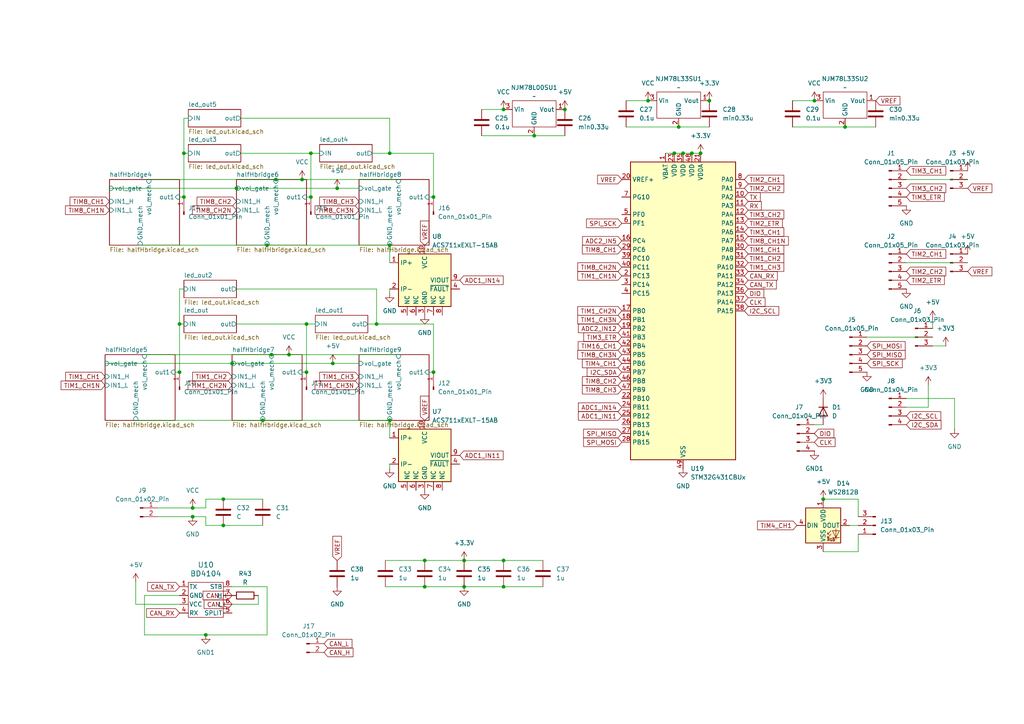
<source format=kicad_sch>
(kicad_sch (version 20250114) (generator "eeschema") (generator_version "9.0")
  (paper "A4")
  (junction (at 113.03 71.12))
  (junction (at 146.05 162.56))
  (junction (at 125.73 107.95))
  (junction (at 88.9 93.98))
  (junction (at 76.2 121.92))
  (junction (at 68.58 54.61))
  (junction (at 97.79 54.61))
  (junction (at 90.17 57.15))
  (junction (at 195.58 44.45))
  (junction (at 198.12 44.45))
  (junction (at 64.77 152.4))
  (junction (at 83.82 102.87))
  (junction (at 67.31 105.41))
  (junction (at 113.03 121.92))
  (junction (at 109.22 93.98))
  (junction (at 77.47 71.12))
  (junction (at 200.66 44.45))
  (junction (at 154.94 39.37))
  (junction (at 55.88 149.86))
  (junction (at 52.07 93.98))
  (junction (at 53.34 57.15))
  (junction (at 55.88 147.32))
  (junction (at 123.19 162.56))
  (junction (at 59.69 184.15))
  (junction (at 134.62 170.18))
  (junction (at 78.74 102.87))
  (junction (at 88.9 107.95))
  (junction (at 245.11 36.83))
  (junction (at 80.01 52.07))
  (junction (at 113.03 44.45))
  (junction (at 203.2 44.45))
  (junction (at 236.22 29.21))
  (junction (at 146.05 31.75))
  (junction (at 87.63 52.07))
  (junction (at 134.62 162.56))
  (junction (at 205.74 29.21))
  (junction (at 238.76 144.78))
  (junction (at 53.34 44.45))
  (junction (at 123.19 170.18))
  (junction (at 125.73 57.15))
  (junction (at 196.85 36.83))
  (junction (at 64.77 144.78))
  (junction (at 187.96 29.21))
  (junction (at 163.83 31.75))
  (junction (at 52.07 107.95))
  (junction (at 146.05 170.18))
  (junction (at 90.17 44.45))
  (junction (at 96.52 105.41))
  (wire (pts (xy 246.38 152.4) (xy 248.92 152.4)))
  (wire (pts (xy 52.07 93.98) (xy 53.34 93.98)))
  (wire (pts (xy 54.61 34.29) (xy 53.34 34.29)))
  (wire (pts (xy 59.69 152.4) (xy 64.77 152.4)))
  (wire (pts (xy 41.91 184.15) (xy 59.69 184.15)))
  (wire (pts (xy 139.7 31.75) (xy 146.05 31.75)))
  (wire (pts (xy 53.34 83.82) (xy 52.07 83.82)))
  (wire (pts (xy 113.03 71.12) (xy 113.03 76.2)))
  (wire (pts (xy 113.03 44.45) (xy 125.73 44.45)))
  (wire (pts (xy 248.92 160.02) (xy 248.92 154.94)))
  (wire (pts (xy 229.87 29.21) (xy 236.22 29.21)))
  (wire (pts (xy 134.62 162.56) (xy 146.05 162.56)))
  (wire (pts (xy 245.11 36.83) (xy 254 36.83)))
  (wire (pts (xy 276.86 115.57) (xy 262.89 115.57)))
  (wire (pts (xy 59.69 144.78) (xy 64.77 144.78)))
  (wire (pts (xy 146.05 162.56) (xy 157.48 162.56)))
  (wire (pts (xy 248.92 144.78) (xy 238.76 144.78)))
  (wire (pts (xy 39.37 175.26) (xy 52.07 175.26)))
  (wire (pts (xy 68.58 83.82) (xy 109.22 83.82)))
  (wire (pts (xy 270.51 100.33) (xy 274.32 100.33)))
  (wire (pts (xy 67.31 170.18) (xy 77.47 170.18)))
  (wire (pts (xy 31.75 54.61) (xy 68.58 54.61)))
  (wire (pts (xy 125.73 44.45) (xy 125.73 57.15)))
  (wire (pts (xy 77.47 71.12) (xy 113.03 71.12)))
  (wire (pts (xy 53.34 34.29) (xy 53.34 44.45)))
  (wire (pts (xy 67.31 175.26) (xy 74.93 175.26)))
  (wire (pts (xy 123.19 162.56) (xy 134.62 162.56)))
  (wire (pts (xy 55.88 149.86) (xy 59.69 149.86)))
  (wire (pts (xy 125.73 57.15) (xy 124.46 57.15)))
  (wire (pts (xy 123.19 170.18) (xy 134.62 170.18)))
  (wire (pts (xy 69.85 34.29) (xy 113.03 34.29)))
  (wire (pts (xy 40.64 71.12) (xy 77.47 71.12)))
  (wire (pts (xy 251.46 97.79) (xy 270.51 97.79)))
  (wire (pts (xy 195.58 44.45) (xy 198.12 44.45)))
  (wire (pts (xy 41.91 102.87) (xy 78.74 102.87)))
  (wire (pts (xy 196.85 36.83) (xy 205.74 36.83)))
  (wire (pts (xy 74.93 175.26) (xy 74.93 172.72)))
  (wire (pts (xy 146.05 170.18) (xy 157.48 170.18)))
  (wire (pts (xy 181.61 29.21) (xy 187.96 29.21)))
  (wire (pts (xy 52.07 107.95) (xy 52.07 93.98)))
  (wire (pts (xy 113.03 83.82) (xy 113.03 85.09)))
  (wire (pts (xy 113.03 34.29) (xy 113.03 44.45)))
  (wire (pts (xy 109.22 83.82) (xy 109.22 93.98)))
  (wire (pts (xy 59.69 152.4) (xy 59.69 149.86)))
  (wire (pts (xy 68.58 54.61) (xy 97.79 54.61)))
  (wire (pts (xy 113.03 134.62) (xy 113.03 135.89)))
  (wire (pts (xy 39.37 121.92) (xy 76.2 121.92)))
  (wire (pts (xy 45.72 149.86) (xy 55.88 149.86)))
  (wire (pts (xy 88.9 57.15) (xy 90.17 57.15)))
  (wire (pts (xy 53.34 44.45) (xy 54.61 44.45)))
  (wire (pts (xy 181.61 36.83) (xy 196.85 36.83)))
  (wire (pts (xy 262.89 52.07) (xy 280.67 52.07)))
  (wire (pts (xy 248.92 149.86) (xy 248.92 144.78)))
  (wire (pts (xy 270.51 92.71) (xy 270.51 95.25)))
  (wire (pts (xy 52.07 83.82) (xy 52.07 93.98)))
  (wire (pts (xy 229.87 36.83) (xy 245.11 36.83)))
  (wire (pts (xy 269.24 118.11) (xy 262.89 118.11)))
  (wire (pts (xy 59.69 147.32) (xy 55.88 147.32)))
  (wire (pts (xy 125.73 107.95) (xy 124.46 107.95)))
  (wire (pts (xy 52.07 57.15) (xy 53.34 57.15)))
  (wire (pts (xy 198.12 44.45) (xy 200.66 44.45)))
  (wire (pts (xy 96.52 105.41) (xy 104.14 105.41)))
  (wire (pts (xy 139.7 39.37) (xy 154.94 39.37)))
  (wire (pts (xy 43.18 52.07) (xy 80.01 52.07)))
  (wire (pts (xy 154.94 39.37) (xy 163.83 39.37)))
  (wire (pts (xy 200.66 44.45) (xy 203.2 44.45)))
  (wire (pts (xy 109.22 93.98) (xy 125.73 93.98)))
  (wire (pts (xy 68.58 93.98) (xy 88.9 93.98)))
  (wire (pts (xy 77.47 184.15) (xy 59.69 184.15)))
  (wire (pts (xy 59.69 144.78) (xy 59.69 147.32)))
  (wire (pts (xy 90.17 44.45) (xy 92.71 44.45)))
  (wire (pts (xy 97.79 54.61) (xy 104.14 54.61)))
  (wire (pts (xy 111.76 170.18) (xy 123.19 170.18)))
  (wire (pts (xy 45.72 147.32) (xy 55.88 147.32)))
  (wire (pts (xy 53.34 57.15) (xy 53.34 44.45)))
  (wire (pts (xy 76.2 121.92) (xy 113.03 121.92)))
  (wire (pts (xy 88.9 107.95) (xy 87.63 107.95)))
  (wire (pts (xy 30.48 105.41) (xy 67.31 105.41)))
  (wire (pts (xy 41.91 172.72) (xy 41.91 184.15)))
  (wire (pts (xy 39.37 168.91) (xy 39.37 175.26)))
  (wire (pts (xy 80.01 52.07) (xy 87.63 52.07)))
  (wire (pts (xy 64.77 144.78) (xy 76.2 144.78)))
  (wire (pts (xy 88.9 93.98) (xy 88.9 107.95)))
  (wire (pts (xy 125.73 93.98) (xy 125.73 107.95)))
  (wire (pts (xy 69.85 44.45) (xy 90.17 44.45)))
  (wire (pts (xy 111.76 162.56) (xy 123.19 162.56)))
  (wire (pts (xy 262.89 76.2) (xy 280.67 76.2)))
  (wire (pts (xy 193.04 44.45) (xy 195.58 44.45)))
  (wire (pts (xy 77.47 170.18) (xy 77.47 184.15)))
  (wire (pts (xy 238.76 123.19) (xy 236.22 123.19)))
  (wire (pts (xy 64.77 152.4) (xy 76.2 152.4)))
  (wire (pts (xy 90.17 57.15) (xy 90.17 44.45)))
  (wire (pts (xy 113.03 121.92) (xy 113.03 127)))
  (wire (pts (xy 83.82 102.87) (xy 115.57 102.87)))
  (wire (pts (xy 88.9 93.98) (xy 91.44 93.98)))
  (wire (pts (xy 87.63 52.07) (xy 115.57 52.07)))
  (wire (pts (xy 107.95 44.45) (xy 113.03 44.45)))
  (wire (pts (xy 238.76 160.02) (xy 248.92 160.02)))
  (wire (pts (xy 134.62 170.18) (xy 146.05 170.18)))
  (wire (pts (xy 67.31 105.41) (xy 96.52 105.41)))
  (wire (pts (xy 276.86 124.46) (xy 276.86 115.57)))
  (wire (pts (xy 269.24 111.76) (xy 269.24 118.11)))
  (wire (pts (xy 106.68 93.98) (xy 109.22 93.98)))
  (wire (pts (xy 78.74 102.87) (xy 83.82 102.87)))
  (wire (pts (xy 50.8 107.95) (xy 52.07 107.95)))
  (wire (pts (xy 52.07 172.72) (xy 41.91 172.72)))
  (global_label "TIM2_CH2" (shape input) (at 262.89 78.74 0) (property "Intersheetrefs" "${INTERSHEET_REFS}" (effects (hide yes))))
  (global_label "TIM8_CH2" (shape input) (at 180.34 110.49 180) (property "Intersheetrefs" "${INTERSHEET_REFS}" (effects (hide yes))))
  (global_label "TIM8_CH2N" (shape input) (at 68.58 60.96 180) (property "Intersheetrefs" "${INTERSHEET_REFS}" (effects (hide yes))))
  (global_label "TIM1_CH1N" (shape input) (at 30.48 111.76 180) (property "Intersheetrefs" "${INTERSHEET_REFS}" (effects (hide yes))))
  (global_label "ADC2_IN12" (shape input) (at 180.34 95.25 180) (property "Intersheetrefs" "${INTERSHEET_REFS}" (effects (hide yes))))
  (global_label "ADC1_IN11" (shape input) (at 180.34 120.65 180) (property "Intersheetrefs" "${INTERSHEET_REFS}" (effects (hide yes))))
  (global_label "SPI_MISO" (shape input) (at 180.34 125.73 180) (property "Intersheetrefs" "${INTERSHEET_REFS}" (effects (hide yes))))
  (global_label "TIM8_CH3N" (shape input) (at 104.14 60.96 180) (property "Intersheetrefs" "${INTERSHEET_REFS}" (effects (hide yes))))
  (global_label "TIM3_ETR" (shape input) (at 262.89 57.15 0) (property "Intersheetrefs" "${INTERSHEET_REFS}" (effects (hide yes))))
  (global_label "TIM1_CH2N" (shape input) (at 67.31 111.76 180) (property "Intersheetrefs" "${INTERSHEET_REFS}" (effects (hide yes))))
  (global_label "I2C_SCL" (shape input) (at 262.89 120.65 0) (property "Intersheetrefs" "${INTERSHEET_REFS}" (effects (hide yes))))
  (global_label "TIM1_CH1" (shape input) (at 215.9 72.39 0) (property "Intersheetrefs" "${INTERSHEET_REFS}" (effects (hide yes))))
  (global_label "TIM1_CH3" (shape input) (at 104.14 109.22 180) (property "Intersheetrefs" "${INTERSHEET_REFS}" (effects (hide yes))))
  (global_label "TIM2_CH1" (shape input) (at 215.9 52.07 0) (property "Intersheetrefs" "${INTERSHEET_REFS}" (effects (hide yes))))
  (global_label "I2C_SDA" (shape input) (at 262.89 123.19 0) (property "Intersheetrefs" "${INTERSHEET_REFS}" (effects (hide yes))))
  (global_label "TIM1_CH3N" (shape input) (at 104.14 111.76 180) (property "Intersheetrefs" "${INTERSHEET_REFS}" (effects (hide yes))))
  (global_label "TIM3_CH2" (shape input) (at 215.9 62.23 0) (property "Intersheetrefs" "${INTERSHEET_REFS}" (effects (hide yes))))
  (global_label "ADC1_IN14" (shape input) (at 133.35 81.28 0) (property "Intersheetrefs" "${INTERSHEET_REFS}" (effects (hide yes))))
  (global_label "DIO" (shape input) (at 236.22 125.73 0) (property "Intersheetrefs" "${INTERSHEET_REFS}" (effects (hide yes))))
  (global_label "TIM8_CH1" (shape input) (at 31.75 58.42 180) (property "Intersheetrefs" "${INTERSHEET_REFS}" (effects (hide yes))))
  (global_label "SPI_SCK" (shape input) (at 251.46 105.41 0) (property "Intersheetrefs" "${INTERSHEET_REFS}" (effects (hide yes))))
  (global_label "TIM1_CH3" (shape input) (at 215.9 77.47 0) (property "Intersheetrefs" "${INTERSHEET_REFS}" (effects (hide yes))))
  (global_label "VREF" (shape input) (at 123.19 121.92 90) (property "Intersheetrefs" "${INTERSHEET_REFS}" (effects (hide yes))))
  (global_label "TIM3_CH1" (shape input) (at 215.9 67.31 0) (property "Intersheetrefs" "${INTERSHEET_REFS}" (effects (hide yes))))
  (global_label "TX" (shape input) (at 215.9 57.15 0) (property "Intersheetrefs" "${INTERSHEET_REFS}" (effects (hide yes))))
  (global_label "TIM4_CH1" (shape input) (at 180.34 105.41 180) (property "Intersheetrefs" "${INTERSHEET_REFS}" (effects (hide yes))))
  (global_label "TIM4_CH1" (shape input) (at 231.14 152.4 180) (property "Intersheetrefs" "${INTERSHEET_REFS}" (effects (hide yes))))
  (global_label "VREF" (shape input) (at 97.79 162.56 90) (property "Intersheetrefs" "${INTERSHEET_REFS}" (effects (hide yes))))
  (global_label "I2C_SCL" (shape input) (at 215.9 90.17 0) (property "Intersheetrefs" "${INTERSHEET_REFS}" (effects (hide yes))))
  (global_label "TIM8_CH2N" (shape input) (at 180.34 77.47 180) (property "Intersheetrefs" "${INTERSHEET_REFS}" (effects (hide yes))))
  (global_label "CLK" (shape input) (at 236.22 128.27 0) (property "Intersheetrefs" "${INTERSHEET_REFS}" (effects (hide yes))))
  (global_label "SPI_SCK" (shape input) (at 180.34 64.77 180) (property "Intersheetrefs" "${INTERSHEET_REFS}" (effects (hide yes))))
  (global_label "DIO" (shape input) (at 215.9 85.09 0) (property "Intersheetrefs" "${INTERSHEET_REFS}" (effects (hide yes))))
  (global_label "TIM8_CH1" (shape input) (at 180.34 72.39 180) (property "Intersheetrefs" "${INTERSHEET_REFS}" (effects (hide yes))))
  (global_label "TIM1_CH1" (shape input) (at 30.48 109.22 180) (property "Intersheetrefs" "${INTERSHEET_REFS}" (effects (hide yes))))
  (global_label "CAN_L" (shape input) (at 93.98 186.69 0) (property "Intersheetrefs" "${INTERSHEET_REFS}" (effects (hide yes))))
  (global_label "VREF" (shape input) (at 180.34 52.07 180) (property "Intersheetrefs" "${INTERSHEET_REFS}" (effects (hide yes))))
  (global_label "VREF" (shape input) (at 280.67 54.61 0) (property "Intersheetrefs" "${INTERSHEET_REFS}" (effects (hide yes))))
  (global_label "I2C_SDA" (shape input) (at 180.34 107.95 180) (property "Intersheetrefs" "${INTERSHEET_REFS}" (effects (hide yes))))
  (global_label "CAN_TX" (shape input) (at 52.07 170.18 180) (property "Intersheetrefs" "${INTERSHEET_REFS}" (effects (hide yes))))
  (global_label "TIM2_CH1" (shape input) (at 262.89 73.66 0) (property "Intersheetrefs" "${INTERSHEET_REFS}" (effects (hide yes))))
  (global_label "TIM8_CH1N" (shape input) (at 31.75 60.96 180) (property "Intersheetrefs" "${INTERSHEET_REFS}" (effects (hide yes))))
  (global_label "RX" (shape input) (at 215.9 59.69 0) (property "Intersheetrefs" "${INTERSHEET_REFS}" (effects (hide yes))))
  (global_label "VREF" (shape input) (at 280.67 78.74 0) (property "Intersheetrefs" "${INTERSHEET_REFS}" (effects (hide yes))))
  (global_label "TIM2_ETR" (shape input) (at 215.9 64.77 0) (property "Intersheetrefs" "${INTERSHEET_REFS}" (effects (hide yes))))
  (global_label "CAN_RX" (shape input) (at 215.9 80.01 0) (property "Intersheetrefs" "${INTERSHEET_REFS}" (effects (hide yes))))
  (global_label "CAN_L" (shape input) (at 67.31 175.26 180) (property "Intersheetrefs" "${INTERSHEET_REFS}" (effects (hide yes))))
  (global_label "SPI_MOSI" (shape input) (at 251.46 100.33 0) (property "Intersheetrefs" "${INTERSHEET_REFS}" (effects (hide yes))))
  (global_label "CLK" (shape input) (at 215.9 87.63 0) (property "Intersheetrefs" "${INTERSHEET_REFS}" (effects (hide yes))))
  (global_label "SPI_MISO" (shape input) (at 251.46 102.87 0) (property "Intersheetrefs" "${INTERSHEET_REFS}" (effects (hide yes))))
  (global_label "TIM1_CH1N" (shape input) (at 180.34 80.01 180) (property "Intersheetrefs" "${INTERSHEET_REFS}" (effects (hide yes))))
  (global_label "ADC1_IN11" (shape input) (at 133.35 132.08 0) (property "Intersheetrefs" "${INTERSHEET_REFS}" (effects (hide yes))))
  (global_label "TIM8_CH2" (shape input) (at 68.58 58.42 180) (property "Intersheetrefs" "${INTERSHEET_REFS}" (effects (hide yes))))
  (global_label "TIM3_CH2" (shape input) (at 262.89 54.61 0) (property "Intersheetrefs" "${INTERSHEET_REFS}" (effects (hide yes))))
  (global_label "SPI_MOSI" (shape input) (at 180.34 128.27 180) (property "Intersheetrefs" "${INTERSHEET_REFS}" (effects (hide yes))))
  (global_label "TIM2_CH2" (shape input) (at 215.9 54.61 0) (property "Intersheetrefs" "${INTERSHEET_REFS}" (effects (hide yes))))
  (global_label "TIM8_CH3" (shape input) (at 104.14 58.42 180) (property "Intersheetrefs" "${INTERSHEET_REFS}" (effects (hide yes))))
  (global_label "TIM2_ETR" (shape input) (at 262.89 81.28 0) (property "Intersheetrefs" "${INTERSHEET_REFS}" (effects (hide yes))))
  (global_label "TIM3_ETR" (shape input) (at 180.34 97.79 180) (property "Intersheetrefs" "${INTERSHEET_REFS}" (effects (hide yes))))
  (global_label "TIM8_CH1N" (shape input) (at 215.9 69.85 0) (property "Intersheetrefs" "${INTERSHEET_REFS}" (effects (hide yes))))
  (global_label "CAN_RX" (shape input) (at 52.07 177.8 180) (property "Intersheetrefs" "${INTERSHEET_REFS}" (effects (hide yes))))
  (global_label "TIM8_CH3" (shape input) (at 180.34 113.03 180) (property "Intersheetrefs" "${INTERSHEET_REFS}" (effects (hide yes))))
  (global_label "TIM1_CH2" (shape input) (at 215.9 74.93 0) (property "Intersheetrefs" "${INTERSHEET_REFS}" (effects (hide yes))))
  (global_label "CAN_H" (shape input) (at 67.31 172.72 180) (property "Intersheetrefs" "${INTERSHEET_REFS}" (effects (hide yes))))
  (global_label "TIM8_CH3N" (shape input) (at 180.34 102.87 180) (property "Intersheetrefs" "${INTERSHEET_REFS}" (effects (hide yes))))
  (global_label "CAN_H" (shape input) (at 93.98 189.23 0) (property "Intersheetrefs" "${INTERSHEET_REFS}" (effects (hide yes))))
  (global_label "ADC1_IN14" (shape input) (at 180.34 118.11 180) (property "Intersheetrefs" "${INTERSHEET_REFS}" (effects (hide yes))))
  (global_label "TIM16_CH1" (shape input) (at 180.34 100.33 180) (property "Intersheetrefs" "${INTERSHEET_REFS}" (effects (hide yes))))
  (global_label "TIM1_CH3N" (shape input) (at 180.34 92.71 180) (property "Intersheetrefs" "${INTERSHEET_REFS}" (effects (hide yes))))
  (global_label "ADC2_IN5" (shape input) (at 180.34 69.85 180) (property "Intersheetrefs" "${INTERSHEET_REFS}" (effects (hide yes))))
  (global_label "VREF" (shape input) (at 254 29.21 0) (property "Intersheetrefs" "${INTERSHEET_REFS}" (effects (hide yes))))
  (global_label "TIM1_CH2" (shape input) (at 67.31 109.22 180) (property "Intersheetrefs" "${INTERSHEET_REFS}" (effects (hide yes))))
  (global_label "CAN_TX" (shape input) (at 215.9 82.55 0) (property "Intersheetrefs" "${INTERSHEET_REFS}" (effects (hide yes))))
  (global_label "TIM3_CH1" (shape input) (at 262.89 49.53 0) (property "Intersheetrefs" "${INTERSHEET_REFS}" (effects (hide yes))))
  (global_label "TIM1_CH2N" (shape input) (at 180.34 90.17 180) (property "Intersheetrefs" "${INTERSHEET_REFS}" (effects (hide yes))))
  (global_label "VREF" (shape input) (at 123.19 71.12 90) (property "Intersheetrefs" "${INTERSHEET_REFS}" (effects (hide yes))))
  (symbol (lib_id "power:+5V") (at 163.83 31.75 0) (unit 1)
    (property "Reference" "#PWR010" (effects (hide yes)))
    (property "Value" "+5V" (at 163.83 26.67 0))
    (property "Description" "Power symbol creates a global label with name \"+5V\"" (effects (hide yes)))
  )
  (symbol (lib_id "power:VCC") (at 146.05 31.75 0) (unit 1)
    (property "Reference" "#PWR09" (effects (hide yes)))
    (property "Value" "VCC" (at 146.05 26.67 0))
    (property "Description" "Power symbol creates a global label with name \"VCC\"" (effects (hide yes)))
  )
  (symbol (lib_id "Connector:Conn_01x03_Pin") (at 275.59 76.2 0) (unit 1)
    (property "Reference" "J4" (at 276.225 68.58 0))
    (property "Value" "Conn_01x03_Pin" (at 276.225 71.12 0))
    (property "Footprint" "Connector_PinSocket_2.54mm:PinSocket_1x03_P2.54mm_Vertical" (effects (hide yes)))
    (property "Description" "Generic connector, single row, 01x03, script generated" (effects (hide yes)))
  )
  (symbol (lib_id "Sensor_Current:ACS711xEXLT-15AB") (at 123.19 132.08 0) (unit 1)
    (property "Reference" "U7" (at 125.3333 119.38 0) (effects (justify left)))
    (property "Value" "ACS711xEXLT-15AB" (at 125.3333 121.92 0) (effects (justify left)))
    (property "Footprint" "Sensor_Current:Allegro_QFN-12-10-1EP_3x3mm_P0.5mm" (effects (hide yes)))
    (property "Datasheet" "http://www.allegromicro.com/~/Media/Files/Datasheets/ACS711-Datasheet.ashx" (effects (hide yes)))
    (property "Description" "±15A Bidirectional Hall-Effect Current Sensor, +3.3V supply, 90mV/A, QFN-12" (effects (hide yes)))
  )
  (symbol (lib_id "power:+5V") (at 97.79 54.61 0) (unit 1)
    (property "Reference" "#PWR033" (effects (hide yes)))
    (property "Value" "+5V" (at 97.79 49.53 0))
    (property "Description" "Power symbol creates a global label with name \"+5V\"" (effects (hide yes)))
  )
  (symbol (lib_id "Connector:Conn_01x01_Pin") (at 52.07 113.03 90) (unit 1)
    (property "Reference" "J10" (at 53.34 111.1249 90) (effects (justify right)))
    (property "Value" "Conn_01x01_Pin" (at 53.34 113.6649 90) (effects (justify right)))
    (property "Footprint" "Connector_Wire:SolderWire-6sqmm_1x01_D3.5mm_OD7mm" (effects (hide yes)))
    (property "Description" "Generic connector, single row, 01x01, script generated" (effects (hide yes)))
  )
  (symbol (lib_id "power:GND") (at 97.79 170.18 0) (unit 1)
    (property "Reference" "#PWR026" (effects (hide yes)))
    (property "Value" "GND" (at 97.79 175.26 0))
    (property "Description" "Power symbol creates a global label with name \"GND\" , ground" (effects (hide yes)))
  )
  (symbol (lib_id "Connector:Conn_01x02_Pin") (at 88.9 186.69 0) (unit 1)
    (property "Reference" "J17" (at 89.535 181.61 0))
    (property "Value" "Conn_01x02_Pin" (at 89.535 184.15 0))
    (property "Description" "Generic connector, single row, 01x02, script generated" (effects (hide yes)))
  )
  (symbol (lib_id "power:VCC") (at 87.63 52.07 0) (unit 1)
    (property "Reference" "#PWR08" (effects (hide yes)))
    (property "Value" "VCC" (at 87.63 46.99 0))
    (property "Description" "Power symbol creates a global label with name \"VCC\"" (effects (hide yes)))
  )
  (symbol (lib_id "Device:C") (at 146.05 166.37 0) (unit 1)
    (property "Reference" "C36" (at 149.86 165.0999 0) (effects (justify left)))
    (property "Value" "1u" (at 149.86 167.6399 0) (effects (justify left)))
    (property "Footprint" "Capacitor_SMD:C_0603_1608Metric" (effects (hide yes)))
    (property "Description" "Unpolarized capacitor" (effects (hide yes)))
  )
  (symbol (lib_id "power:VCC") (at 236.22 29.21 0) (unit 1)
    (property "Reference" "#PWR014" (effects (hide yes)))
    (property "Value" "VCC" (at 236.22 24.13 0))
    (property "Description" "Power symbol creates a global label with name \"VCC\"" (effects (hide yes)))
  )
  (symbol (lib_id "Device:C") (at 123.19 166.37 0) (unit 1)
    (property "Reference" "C34" (at 127 165.0999 0) (effects (justify left)))
    (property "Value" "1u" (at 127 167.6399 0) (effects (justify left)))
    (property "Footprint" "Capacitor_SMD:C_0603_1608Metric" (effects (hide yes)))
    (property "Description" "Unpolarized capacitor" (effects (hide yes)))
  )
  (symbol (lib_id "Connector:Conn_01x03_Pin") (at 275.59 52.07 0) (unit 1)
    (property "Reference" "J3" (at 276.225 44.45 0))
    (property "Value" "Conn_01x03_Pin" (at 276.225 46.99 0))
    (property "Footprint" "Connector_PinSocket_2.54mm:PinSocket_1x03_P2.54mm_Vertical" (effects (hide yes)))
    (property "Description" "Generic connector, single row, 01x03, script generated" (effects (hide yes)))
  )
  (symbol (lib_id "power:GND") (at 123.19 91.44 0) (unit 1)
    (property "Reference" "#PWR02" (effects (hide yes)))
    (property "Value" "GND" (at 123.19 96.52 0))
    (property "Description" "Power symbol creates a global label with name \"GND\" , ground" (effects (hide yes)))
  )
  (symbol (lib_id "power:GND") (at 198.12 135.89 0) (unit 1)
    (property "Reference" "#PWR03" (effects (hide yes)))
    (property "Value" "GND" (at 198.12 140.97 0))
    (property "Description" "Power symbol creates a global label with name \"GND\" , ground" (effects (hide yes)))
  )
  (symbol (lib_id "jisaku:NJM78L33SU3") (at 196.85 29.21 0) (unit 1)
    (property "Reference" "NJM78L33SU1" (at 196.85 22.86 0))
    (property "Value" "~" (at 196.85 25.4 0))
    (property "Footprint" "jisaku:SOT-89-3" (effects (hide yes)))
  )
  (symbol (lib_id "power:+3V3") (at 269.24 111.76 0) (unit 1)
    (property "Reference" "#PWR034" (effects (hide yes)))
    (property "Value" "+3V3" (at 269.24 106.68 0))
    (property "Description" "Power symbol creates a global label with name \"+3V3\"" (effects (hide yes)))
  )
  (symbol (lib_id "Connector:Conn_01x03_Pin") (at 265.43 97.79 0) (unit 1)
    (property "Reference" "J6" (at 266.065 90.17 0))
    (property "Value" "Conn_01x03_Pin" (at 266.065 92.71 0))
    (property "Footprint" "Connector_PinHeader_2.54mm:PinHeader_1x03_P2.54mm_Vertical" (effects (hide yes)))
    (property "Description" "Generic connector, single row, 01x03, script generated" (effects (hide yes)))
  )
  (symbol (lib_id "Device:C") (at 157.48 166.37 0) (unit 1)
    (property "Reference" "C37" (at 161.29 165.0999 0) (effects (justify left)))
    (property "Value" "1u" (at 161.29 167.6399 0) (effects (justify left)))
    (property "Footprint" "Capacitor_SMD:C_0603_1608Metric" (effects (hide yes)))
    (property "Description" "Unpolarized capacitor" (effects (hide yes)))
  )
  (symbol (lib_id "power:GND1") (at 59.69 184.15 0) (unit 1)
    (property "Reference" "#PWR031" (effects (hide yes)))
    (property "Value" "GND1" (at 59.69 189.23 0))
    (property "Description" "Power symbol creates a global label with name \"GND1\" , ground" (effects (hide yes)))
  )
  (symbol (lib_id "power:GND") (at 113.03 85.09 0) (unit 1)
    (property "Reference" "#PWR027" (effects (hide yes)))
    (property "Value" "GND" (at 113.03 90.17 0))
    (property "Description" "Power symbol creates a global label with name \"GND\" , ground" (effects (hide yes)))
  )
  (symbol (lib_id "Device:C") (at 163.83 35.56 0) (unit 1)
    (property "Reference" "C26" (at 167.64 34.2899 0) (effects (justify left)))
    (property "Value" "min0.33u" (at 167.64 36.8299 0) (effects (justify left)))
    (property "Footprint" "Capacitor_SMD:C_0603_1608Metric" (effects (hide yes)))
    (property "Description" "Unpolarized capacitor" (effects (hide yes)))
  )
  (symbol (lib_id "Device:C") (at 205.74 33.02 0) (unit 1)
    (property "Reference" "C28" (at 209.55 31.7499 0) (effects (justify left)))
    (property "Value" "min0.33u" (at 209.55 34.2899 0) (effects (justify left)))
    (property "Footprint" "Capacitor_SMD:C_0603_1608Metric" (effects (hide yes)))
    (property "Description" "Unpolarized capacitor" (effects (hide yes)))
  )
  (symbol (lib_id "power:GND") (at 251.46 107.95 0) (unit 1)
    (property "Reference" "#PWR021" (effects (hide yes)))
    (property "Value" "GND" (at 251.46 113.03 0))
    (property "Description" "Power symbol creates a global label with name \"GND\" , ground" (effects (hide yes)))
  )
  (symbol (lib_id "Device:D") (at 238.76 119.38 270) (unit 1)
    (property "Reference" "D1" (at 241.3 118.1099 90) (effects (justify left)))
    (property "Value" "D" (at 241.3 120.6499 90) (effects (justify left)))
    (property "Footprint" "Diode_SMD:D_MicroSMP_AK" (effects (hide yes)))
    (property "Description" "Diode" (effects (hide yes)))
    (property "Sim.Device" "D" (effects (hide yes)))
    (property "Sim.Pins" "1=K 2=A" (effects (hide yes)))
  )
  (symbol (lib_id "jisaku:NJM78L33SU3") (at 245.11 29.21 0) (unit 1)
    (property "Reference" "NJM78L33SU2" (at 245.11 22.86 0))
    (property "Value" "~" (at 245.11 25.4 0))
    (property "Footprint" "jisaku:SOT-89-3" (effects (hide yes)))
  )
  (symbol (lib_id "power:GND") (at 123.19 142.24 0) (unit 1)
    (property "Reference" "#PWR01" (effects (hide yes)))
    (property "Value" "GND" (at 123.19 147.32 0))
    (property "Description" "Power symbol creates a global label with name \"GND\" , ground" (effects (hide yes)))
  )
  (symbol (lib_id "power:GND") (at 262.89 59.69 0) (unit 1)
    (property "Reference" "#PWR015" (effects (hide yes)))
    (property "Value" "GND" (at 262.89 64.77 0))
    (property "Description" "Power symbol creates a global label with name \"GND\" , ground" (effects (hide yes)))
  )
  (symbol (lib_id "power:GND") (at 113.03 135.89 0) (unit 1)
    (property "Reference" "#PWR06" (effects (hide yes)))
    (property "Value" "GND" (at 113.03 140.97 0))
    (property "Description" "Power symbol creates a global label with name \"GND\" , ground" (effects (hide yes)))
  )
  (symbol (lib_id "Connector:Conn_01x01_Pin") (at 125.73 113.03 90) (unit 1)
    (property "Reference" "J12" (at 127 111.1249 90) (effects (justify right)))
    (property "Value" "Conn_01x01_Pin" (at 127 113.6649 90) (effects (justify right)))
    (property "Footprint" "Connector_Wire:SolderWire-6sqmm_1x01_D3.5mm_OD7mm" (effects (hide yes)))
    (property "Description" "Generic connector, single row, 01x01, script generated" (effects (hide yes)))
  )
  (symbol (lib_id "Device:C") (at 181.61 33.02 0) (unit 1)
    (property "Reference" "C27" (at 185.42 31.7499 0) (effects (justify left)))
    (property "Value" "0.1u" (at 185.42 34.2899 0) (effects (justify left)))
    (property "Footprint" "Capacitor_SMD:C_0603_1608Metric" (effects (hide yes)))
    (property "Description" "Unpolarized capacitor" (effects (hide yes)))
  )
  (symbol (lib_id "Connector:Conn_01x05_Pin") (at 257.81 78.74 0) (unit 1)
    (property "Reference" "J2" (at 258.445 68.58 0))
    (property "Value" "Conn_01x05_Pin" (at 258.445 71.12 0))
    (property "Footprint" "Connector_PinSocket_2.54mm:PinSocket_1x05_P2.54mm_Horizontal" (effects (hide yes)))
    (property "Description" "Generic connector, single row, 01x05, script generated" (effects (hide yes)))
  )
  (symbol (lib_id "power:GND") (at 276.86 124.46 0) (unit 1)
    (property "Reference" "#PWR018" (effects (hide yes)))
    (property "Value" "GND" (at 276.86 129.54 0))
    (property "Description" "Power symbol creates a global label with name \"GND\" , ground" (effects (hide yes)))
  )
  (symbol (lib_id "power:+5V") (at 96.52 105.41 0) (unit 1)
    (property "Reference" "#PWR032" (effects (hide yes)))
    (property "Value" "+5V" (at 96.52 100.33 0))
    (property "Description" "Power symbol creates a global label with name \"+5V\"" (effects (hide yes)))
  )
  (symbol (lib_id "Device:C") (at 139.7 35.56 0) (unit 1)
    (property "Reference" "C25" (at 143.51 34.2899 0) (effects (justify left)))
    (property "Value" "0.1u" (at 143.51 36.8299 0) (effects (justify left)))
    (property "Footprint" "Capacitor_SMD:C_0603_1608Metric" (effects (hide yes)))
    (property "Description" "Unpolarized capacitor" (effects (hide yes)))
  )
  (symbol (lib_id "power:+3V3") (at 274.32 100.33 0) (unit 1)
    (property "Reference" "#PWR019" (effects (hide yes)))
    (property "Value" "+3V3" (at 274.32 95.25 0))
    (property "Description" "Power symbol creates a global label with name \"+3V3\"" (effects (hide yes)))
  )
  (symbol (lib_id "Connector:Conn_01x02_Pin") (at 40.64 147.32 0) (unit 1)
    (property "Reference" "J9" (at 41.275 142.24 0))
    (property "Value" "Conn_01x02_Pin" (at 41.275 144.78 0))
    (property "Footprint" "Connector_AMASS:AMASS_XT30PW-M_1x02_P2.50mm_Horizontal" (effects (hide yes)))
    (property "Description" "Generic connector, single row, 01x02, script generated" (effects (hide yes)))
  )
  (symbol (lib_id "power:VCC") (at 83.82 102.87 0) (unit 1)
    (property "Reference" "#PWR05" (effects (hide yes)))
    (property "Value" "VCC" (at 83.82 97.79 0))
    (property "Description" "Power symbol creates a global label with name \"VCC\"" (effects (hide yes)))
  )
  (symbol (lib_id "MCU_ST_STM32G4:STM32G431CBUx") (at 198.12 90.17 0) (unit 1)
    (property "Reference" "U19" (at 200.2633 135.89 0) (effects (justify left)))
    (property "Value" "STM32G431CBUx" (at 200.2633 138.43 0) (effects (justify left)))
    (property "Footprint" "Package_DFN_QFN:QFN-48-1EP_7x7mm_P0.5mm_EP5.6x5.6mm" (effects (hide yes)))
    (property "Datasheet" "https://www.st.com/resource/en/datasheet/stm32g431cb.pdf" (effects (hide yes)))
    (property "Description" "STMicroelectronics Arm Cortex-M4 MCU, 128KB flash, 32KB RAM, 170 MHz, 1.71-3.6V, 42 GPIO, UFQFPN48" (effects (hide yes)))
  )
  (symbol (lib_id "power:+5V") (at 280.67 73.66 0) (unit 1)
    (property "Reference" "#PWR017" (effects (hide yes)))
    (property "Value" "+5V" (at 280.67 68.58 0))
    (property "Description" "Power symbol creates a global label with name \"+5V\"" (effects (hide yes)))
  )
  (symbol (lib_id "power:+5V") (at 39.37 168.91 0) (unit 1)
    (property "Reference" "#PWR030" (effects (hide yes)))
    (property "Value" "+5V" (at 39.37 163.83 0))
    (property "Description" "Power symbol creates a global label with name \"+5V\"" (effects (hide yes)))
  )
  (symbol (lib_id "power:+3V3") (at 238.76 115.57 0) (unit 1)
    (property "Reference" "#PWR029" (effects (hide yes)))
    (property "Value" "+3V3" (at 238.76 110.49 0))
    (property "Description" "Power symbol creates a global label with name \"+3V3\"" (effects (hide yes)))
  )
  (symbol (lib_id "Connector:Conn_01x01_Pin") (at 90.17 62.23 90) (unit 1)
    (property "Reference" "J15" (at 91.44 60.3249 90) (effects (justify right)))
    (property "Value" "Conn_01x01_Pin" (at 91.44 62.8649 90) (effects (justify right)))
    (property "Footprint" "Connector_Wire:SolderWire-6sqmm_1x01_D3.5mm_OD7mm" (effects (hide yes)))
    (property "Description" "Generic connector, single row, 01x01, script generated" (effects (hide yes)))
  )
  (symbol (lib_id "power:+3.3V") (at 134.62 162.56 0) (unit 1)
    (property "Reference" "#PWR024" (effects (hide yes)))
    (property "Value" "+3.3V" (at 134.62 157.48 0))
    (property "Description" "Power symbol creates a global label with name \"+3.3V\"" (effects (hide yes)))
  )
  (symbol (lib_id "Device:C") (at 76.2 148.59 0) (unit 1)
    (property "Reference" "C31" (at 80.01 147.3199 0) (effects (justify left)))
    (property "Value" "C" (at 80.01 149.8599 0) (effects (justify left)))
    (property "Footprint" "Capacitor_SMD:C_Elec_10x10.2" (effects (hide yes)))
    (property "Description" "Unpolarized capacitor" (effects (hide yes)))
  )
  (symbol (lib_id "Device:C") (at 229.87 33.02 0) (unit 1)
    (property "Reference" "C29" (at 233.68 31.7499 0) (effects (justify left)))
    (property "Value" "0.1u" (at 233.68 34.2899 0) (effects (justify left)))
    (property "Footprint" "Capacitor_SMD:C_0603_1608Metric" (effects (hide yes)))
    (property "Description" "Unpolarized capacitor" (effects (hide yes)))
  )
  (symbol (lib_id "jisaku:BD4104") (at 59.69 173.99 0) (unit 1)
    (property "Reference" "U10" (at 59.69 163.83 0) (effects (font (size 1.524 1.524))))
    (property "Value" "BD4104" (at 59.69 166.37 0) (effects (font (size 1.524 1.524))))
    (property "Footprint" "jisaku:SOP-J8" (effects (hide yes)))
    (property "Datasheet" "SOP-J8" (effects (hide yes)))
  )
  (symbol (lib_id "Sensor_Current:ACS711xEXLT-15AB") (at 123.19 81.28 0) (unit 1)
    (property "Reference" "U8" (at 125.3333 68.58 0) (effects (justify left)))
    (property "Value" "ACS711xEXLT-15AB" (at 125.3333 71.12 0) (effects (justify left)))
    (property "Footprint" "Sensor_Current:Allegro_QFN-12-10-1EP_3x3mm_P0.5mm" (effects (hide yes)))
    (property "Datasheet" "http://www.allegromicro.com/~/Media/Files/Datasheets/ACS711-Datasheet.ashx" (effects (hide yes)))
    (property "Description" "±15A Bidirectional Hall-Effect Current Sensor, +3.3V supply, 90mV/A, QFN-12" (effects (hide yes)))
  )
  (symbol (lib_id "Connector:Conn_01x05_Pin") (at 257.81 54.61 0) (unit 1)
    (property "Reference" "J1" (at 258.445 44.45 0))
    (property "Value" "Conn_01x05_Pin" (at 258.445 46.99 0))
    (property "Footprint" "Connector_PinSocket_2.54mm:PinSocket_1x05_P2.54mm_Horizontal" (effects (hide yes)))
    (property "Description" "Generic connector, single row, 01x05, script generated" (effects (hide yes)))
  )
  (symbol (lib_id "power:VCC") (at 55.88 147.32 0) (unit 1)
    (property "Reference" "#PWR07" (effects (hide yes)))
    (property "Value" "VCC" (at 55.88 142.24 0))
    (property "Description" "Power symbol creates a global label with name \"VCC\"" (effects (hide yes)))
  )
  (symbol (lib_id "Device:C") (at 134.62 166.37 0) (unit 1)
    (property "Reference" "C35" (at 138.43 165.0999 0) (effects (justify left)))
    (property "Value" "1u" (at 138.43 167.6399 0) (effects (justify left)))
    (property "Footprint" "Capacitor_SMD:C_0603_1608Metric" (effects (hide yes)))
    (property "Description" "Unpolarized capacitor" (effects (hide yes)))
  )
  (symbol (lib_id "power:VCC") (at 187.96 29.21 0) (unit 1)
    (property "Reference" "#PWR012" (effects (hide yes)))
    (property "Value" "VCC" (at 187.96 24.13 0))
    (property "Description" "Power symbol creates a global label with name \"VCC\"" (effects (hide yes)))
  )
  (symbol (lib_id "Connector:Conn_01x03_Pin") (at 254 152.4 180) (unit 1)
    (property "Reference" "J13" (at 255.27 151.1299 0) (effects (justify right)))
    (property "Value" "Conn_01x03_Pin" (at 255.27 153.6699 0) (effects (justify right)))
    (property "Footprint" "Connector_Molex:Molex_KK-254_AE-6410-03A_1x03_P2.54mm_Vertical" (effects (hide yes)))
    (property "Description" "Generic connector, single row, 01x03, script generated" (effects (hide yes)))
  )
  (symbol (lib_id "Connector:Conn_01x04_Pin") (at 257.81 118.11 0) (unit 1)
    (property "Reference" "J8" (at 258.445 110.49 0))
    (property "Value" "Conn_01x04_Pin" (at 258.445 113.03 0))
    (property "Footprint" "Connector_PinSocket_2.54mm:PinSocket_1x04_P2.54mm_Vertical" (effects (hide yes)))
    (property "Description" "Generic connector, single row, 01x04, script generated" (effects (hide yes)))
  )
  (symbol (lib_id "Device:C") (at 64.77 148.59 0) (unit 1)
    (property "Reference" "C32" (at 68.58 147.3199 0) (effects (justify left)))
    (property "Value" "C" (at 68.58 149.8599 0) (effects (justify left)))
    (property "Footprint" "Capacitor_SMD:C_Elec_10x10.2" (effects (hide yes)))
    (property "Description" "Unpolarized capacitor" (effects (hide yes)))
  )
  (symbol (lib_id "power:GND") (at 134.62 170.18 0) (unit 1)
    (property "Reference" "#PWR025" (effects (hide yes)))
    (property "Value" "GND" (at 134.62 175.26 0))
    (property "Description" "Power symbol creates a global label with name \"GND\" , ground" (effects (hide yes)))
  )
  (symbol (lib_id "jisaku:NJM78L00SU3") (at 154.94 31.75 0) (unit 1)
    (property "Reference" "NJM78L00SU1" (at 154.94 25.4 0))
    (property "Value" "~" (at 154.94 27.94 0))
    (property "Footprint" "jisaku:SOT-89-3" (effects (hide yes)))
  )
  (symbol (lib_id "Connector:Conn_01x01_Pin") (at 88.9 113.03 90) (unit 1)
    (property "Reference" "J11" (at 90.17 111.1249 90) (effects (justify right)))
    (property "Value" "Conn_01x01_Pin" (at 90.17 113.6649 90) (effects (justify right)))
    (property "Footprint" "Connector_Wire:SolderWire-6sqmm_1x01_D3.5mm_OD7mm" (effects (hide yes)))
    (property "Description" "Generic connector, single row, 01x01, script generated" (effects (hide yes)))
  )
  (symbol (lib_id "Connector:Conn_01x04_Pin") (at 231.14 125.73 0) (unit 1)
    (property "Reference" "J7" (at 231.775 118.11 0))
    (property "Value" "Conn_01x04_Pin" (at 231.775 120.65 0))
    (property "Footprint" "Connector_PinSocket_2.54mm:PinSocket_1x04_P2.54mm_Vertical" (effects (hide yes)))
    (property "Description" "Generic connector, single row, 01x04, script generated" (effects (hide yes)))
  )
  (symbol (lib_id "power:+3.3V") (at 203.2 44.45 0) (unit 1)
    (property "Reference" "#PWR04" (effects (hide yes)))
    (property "Value" "+3.3V" (at 203.2 39.37 0))
    (property "Description" "Power symbol creates a global label with name \"+3.3V\"" (effects (hide yes)))
  )
  (symbol (lib_id "Connector:Conn_01x05_Pin") (at 246.38 102.87 0) (unit 1)
    (property "Reference" "J5" (at 247.015 92.71 0))
    (property "Value" "Conn_01x05_Pin" (at 247.015 95.25 0))
    (property "Footprint" "Connector_PinHeader_2.54mm:PinHeader_1x05_P2.54mm_Vertical" (effects (hide yes)))
    (property "Description" "Generic connector, single row, 01x05, script generated" (effects (hide yes)))
  )
  (symbol (lib_id "Device:R") (at 71.12 172.72 90) (unit 1)
    (property "Reference" "R43" (at 71.12 166.37 90))
    (property "Value" "R" (at 71.12 168.91 90))
    (property "Footprint" "Resistor_SMD:R_0603_1608Metric_Pad0.98x0.95mm_HandSolder" (effects (hide yes)))
    (property "Description" "Resistor" (effects (hide yes)))
  )
  (symbol (lib_id "LED:WS2812B") (at 238.76 152.4 0) (unit 1)
    (property "Reference" "D14" (at 244.602 140.208 0))
    (property "Value" "WS2812B" (at 244.602 142.748 0))
    (property "Footprint" "LED_SMD:LED_WS2812B_PLCC4_5.0x5.0mm_P3.2mm" (effects (hide yes)))
    (property "Datasheet" "https://cdn-shop.adafruit.com/datasheets/WS2812B.pdf" (effects (hide yes)))
    (property "Description" "RGB LED with integrated controller" (effects (hide yes)))
  )
  (symbol (lib_id "power:GND1") (at 236.22 130.81 0) (unit 1)
    (property "Reference" "#PWR028" (effects (hide yes)))
    (property "Value" "GND1" (at 236.22 135.89 0))
    (property "Description" "Power symbol creates a global label with name \"GND1\" , ground" (effects (hide yes)))
  )
  (symbol (lib_id "power:+5V") (at 280.67 49.53 0) (unit 1)
    (property "Reference" "#PWR016" (effects (hide yes)))
    (property "Value" "+5V" (at 280.67 44.45 0))
    (property "Description" "Power symbol creates a global label with name \"+5V\"" (effects (hide yes)))
  )
  (symbol (lib_id "Device:C") (at 111.76 166.37 0) (unit 1)
    (property "Reference" "C33" (at 115.57 165.0999 0) (effects (justify left)))
    (property "Value" "1u" (at 115.57 167.6399 0) (effects (justify left)))
    (property "Footprint" "Capacitor_SMD:C_0603_1608Metric" (effects (hide yes)))
    (property "Description" "Unpolarized capacitor" (effects (hide yes)))
  )
  (symbol (lib_id "power:+5V") (at 238.76 144.78 0) (unit 1)
    (property "Reference" "#PWR023" (effects (hide yes)))
    (property "Value" "+5V" (at 238.76 139.7 0))
    (property "Description" "Power symbol creates a global label with name \"+5V\"" (effects (hide yes)))
  )
  (symbol (lib_id "Connector:Conn_01x01_Pin") (at 53.34 62.23 90) (unit 1)
    (property "Reference" "J14" (at 54.61 60.3249 90) (effects (justify right)))
    (property "Value" "Conn_01x01_Pin" (at 54.61 62.8649 90) (effects (justify right)))
    (property "Footprint" "Connector_Wire:SolderWire-6sqmm_1x01_D3.5mm_OD7mm" (effects (hide yes)))
    (property "Description" "Generic connector, single row, 01x01, script generated" (effects (hide yes)))
  )
  (symbol (lib_id "Device:C") (at 254 33.02 0) (unit 1)
    (property "Reference" "C30" (at 257.81 31.7499 0) (effects (justify left)))
    (property "Value" "min0.33u" (at 257.81 34.2899 0) (effects (justify left)))
    (property "Footprint" "Capacitor_SMD:C_0603_1608Metric" (effects (hide yes)))
    (property "Description" "Unpolarized capacitor" (effects (hide yes)))
  )
  (symbol (lib_id "Connector:Conn_01x01_Pin") (at 125.73 62.23 90) (unit 1)
    (property "Reference" "J16" (at 127 60.3249 90) (effects (justify right)))
    (property "Value" "Conn_01x01_Pin" (at 127 62.8649 90) (effects (justify right)))
    (property "Footprint" "Connector_Wire:SolderWire-6sqmm_1x01_D3.5mm_OD7mm" (effects (hide yes)))
    (property "Description" "Generic connector, single row, 01x01, script generated" (effects (hide yes)))
  )
  (symbol (lib_id "power:GND") (at 262.89 83.82 0) (unit 1)
    (property "Reference" "#PWR013" (effects (hide yes)))
    (property "Value" "GND" (at 262.89 88.9 0))
    (property "Description" "Power symbol creates a global label with name \"GND\" , ground" (effects (hide yes)))
  )
  (symbol (lib_id "power:GND") (at 55.88 149.86 0) (unit 1)
    (property "Reference" "#PWR022" (effects (hide yes)))
    (property "Value" "GND" (at 55.88 154.94 0))
    (property "Description" "Power symbol creates a global label with name \"GND\" , ground" (effects (hide yes)))
  )
  (symbol (lib_id "power:+3.3V") (at 205.74 29.21 0) (unit 1)
    (property "Reference" "#PWR011" (effects (hide yes)))
    (property "Value" "+3.3V" (at 205.74 24.13 0))
    (property "Description" "Power symbol creates a global label with name \"+3.3V\"" (effects (hide yes)))
  )
  (symbol (lib_id "Device:C") (at 97.79 166.37 0) (unit 1)
    (property "Reference" "C38" (at 101.6 165.0999 0) (effects (justify left)))
    (property "Value" "1u" (at 101.6 167.6399 0) (effects (justify left)))
    (property "Footprint" "Capacitor_SMD:C_0603_1608Metric" (effects (hide yes)))
    (property "Description" "Unpolarized capacitor" (effects (hide yes)))
  )
  (symbol (lib_id "power:+5V") (at 270.51 92.71 0) (unit 1)
    (property "Reference" "#PWR020" (effects (hide yes)))
    (property "Value" "+5V" (at 270.51 87.63 0))
    (property "Description" "Power symbol creates a global label with name \"+5V\"" (effects (hide yes)))
  )
  (sheet (at 53.34 81.28) (size 15.24 5.08) (stroke (width 0.1524))
    (property "Sheetname" "led_out2" (at 53.34 80.5684 0) (effects (justify left bottom)))
    (property "Sheetfile" "led_out.kicad_sch" (at 53.34 86.9446 0) (effects (justify left top)))
    (pin "out" output (at 68.58 83.82 0))
    (pin "IN" input (at 53.34 83.82 180))
  )
  (sheet (at 104.14 102.87) (size 20.32 19.05) (stroke (width 0.1524))
    (property "Sheetname" "halfHbridge9" (at 104.14 102.1584 0) (effects (justify left bottom)))
    (property "Sheetfile" "halfHbridge.kicad_sch" (at 104.14 122.5046 0) (effects (justify left top)))
    (pin "IN1_H" input (at 104.14 109.22 180))
    (pin "IN1_L" input (at 104.14 111.76 180))
    (pin "out1" input (at 124.46 107.95 0))
    (pin "GND_mech" input (at 113.03 121.92 270))
    (pin "vol_gate" input (at 104.14 105.41 180))
    (pin "vol_mech" input (at 115.57 102.87 90))
  )
  (sheet (at 67.31 102.87) (size 20.32 19.05) (stroke (width 0.1524))
    (property "Sheetname" "halfHbridge7" (at 67.31 102.1584 0) (effects (justify left bottom)))
    (property "Sheetfile" "halfHbridge.kicad_sch" (at 67.31 122.5046 0) (effects (justify left top)))
    (pin "IN1_H" input (at 67.31 109.22 180))
    (pin "IN1_L" input (at 67.31 111.76 180))
    (pin "out1" input (at 87.63 107.95 0))
    (pin "GND_mech" input (at 76.2 121.92 270))
    (pin "vol_gate" input (at 67.31 105.41 180))
    (pin "vol_mech" input (at 78.74 102.87 90))
  )
  (sheet (at 68.58 52.07) (size 20.32 19.05) (stroke (width 0.1524))
    (property "Sheetname" "halfHbridge6" (at 68.58 51.3584 0) (effects (justify left bottom)))
    (property "Sheetfile" "halfHbridge.kicad_sch" (at 68.58 71.7046 0) (effects (justify left top)))
    (pin "IN1_H" input (at 68.58 58.42 180))
    (pin "IN1_L" input (at 68.58 60.96 180))
    (pin "out1" input (at 88.9 57.15 0))
    (pin "GND_mech" input (at 77.47 71.12 270))
    (pin "vol_gate" input (at 68.58 54.61 180))
    (pin "vol_mech" input (at 80.01 52.07 90))
  )
  (sheet (at 31.75 52.07) (size 20.32 19.05) (stroke (width 0.1524))
    (property "Sheetname" "halfHbridge4" (at 31.75 51.3584 0) (effects (justify left bottom)))
    (property "Sheetfile" "halfHbridge.kicad_sch" (at 31.75 71.7046 0) (effects (justify left top)))
    (pin "IN1_H" input (at 31.75 58.42 180))
    (pin "IN1_L" input (at 31.75 60.96 180))
    (pin "out1" input (at 52.07 57.15 0))
    (pin "GND_mech" input (at 40.64 71.12 270))
    (pin "vol_gate" input (at 31.75 54.61 180))
    (pin "vol_mech" input (at 43.18 52.07 90))
  )
  (sheet (at 91.44 91.44) (size 15.24 5.08) (stroke (width 0.1524))
    (property "Sheetname" "led_out1" (at 91.44 90.7284 0) (effects (justify left bottom)))
    (property "Sheetfile" "led_out.kicad_sch" (at 91.44 97.1046 0) (effects (justify left top)))
    (pin "out" output (at 106.68 93.98 0))
    (pin "IN" input (at 91.44 93.98 180))
  )
  (sheet (at 92.71 41.91) (size 15.24 5.08) (stroke (width 0.1524))
    (property "Sheetname" "led_out4" (at 92.71 41.1984 0) (effects (justify left bottom)))
    (property "Sheetfile" "led_out.kicad_sch" (at 92.71 47.5746 0) (effects (justify left top)))
    (pin "out" output (at 107.95 44.45 0))
    (pin "IN" input (at 92.71 44.45 180))
  )
  (sheet (at 54.61 41.91) (size 15.24 5.08) (stroke (width 0.1524))
    (property "Sheetname" "led_out3" (at 54.61 41.1984 0) (effects (justify left bottom)))
    (property "Sheetfile" "led_out.kicad_sch" (at 54.61 47.5746 0) (effects (justify left top)))
    (pin "out" output (at 69.85 44.45 0))
    (pin "IN" input (at 54.61 44.45 180))
  )
  (sheet (at 54.61 31.75) (size 15.24 5.08) (stroke (width 0.1524))
    (property "Sheetname" "led_out5" (at 54.61 31.0384 0) (effects (justify left bottom)))
    (property "Sheetfile" "led_out.kicad_sch" (at 54.61 37.4146 0) (effects (justify left top)))
    (pin "out" output (at 69.85 34.29 0))
    (pin "IN" input (at 54.61 34.29 180))
  )
  (sheet (at 104.14 52.07) (size 20.32 19.05) (stroke (width 0.1524))
    (property "Sheetname" "halfHbridge8" (at 104.14 51.3584 0) (effects (justify left bottom)))
    (property "Sheetfile" "halfHbridge.kicad_sch" (at 104.14 71.7046 0) (effects (justify left top)))
    (pin "IN1_H" input (at 104.14 58.42 180))
    (pin "IN1_L" input (at 104.14 60.96 180))
    (pin "out1" input (at 124.46 57.15 0))
    (pin "GND_mech" input (at 113.03 71.12 270))
    (pin "vol_gate" input (at 104.14 54.61 180))
    (pin "vol_mech" input (at 115.57 52.07 90))
  )
  (sheet (at 30.48 102.87) (size 20.32 19.05) (stroke (width 0.1524))
    (property "Sheetname" "halfHbridge5" (at 30.48 102.1584 0) (effects (justify left bottom)))
    (property "Sheetfile" "halfHbridge.kicad_sch" (at 30.48 122.5046 0) (effects (justify left top)))
    (pin "IN1_H" input (at 30.48 109.22 180))
    (pin "IN1_L" input (at 30.48 111.76 180))
    (pin "out1" input (at 50.8 107.95 0))
    (pin "GND_mech" input (at 39.37 121.92 270))
    (pin "vol_gate" input (at 30.48 105.41 180))
    (pin "vol_mech" input (at 41.91 102.87 90))
  )
  (sheet (at 53.34 91.44) (size 15.24 5.08) (stroke (width 0.1524))
    (property "Sheetname" "led_out" (at 53.34 90.7284 0) (effects (justify left bottom)))
    (property "Sheetfile" "led_out.kicad_sch" (at 53.34 97.1046 0) (effects (justify left top)))
    (pin "out" output (at 68.58 93.98 0))
    (pin "IN" input (at 53.34 93.98 180))
  )
)
</source>
